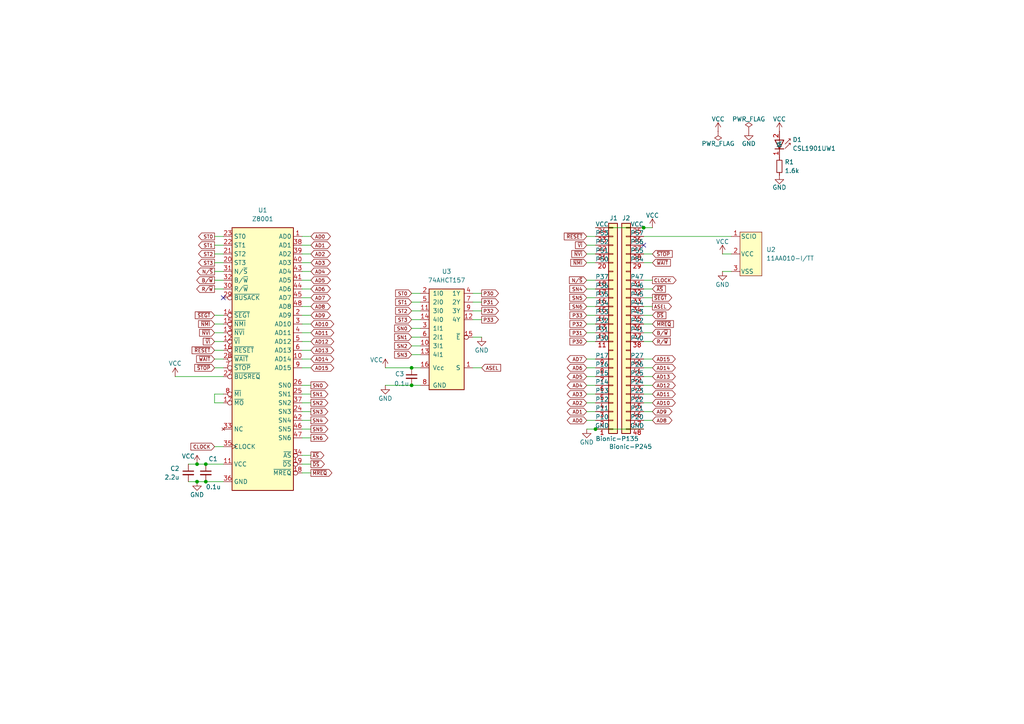
<source format=kicad_sch>
(kicad_sch (version 20250114) (generator "eeschema") (generator_version "9.0")
  (paper "A4")
  (title_block (title "BionicZ8001") (date "2025-12-16") (rev "1") (company "Tadashi G. Takaoka"))
  (lib_symbols
    (symbol "Device:C_Small" (pin_numbers (hide yes)) (pin_names (offset 0.254) (hide yes))
      (property "Reference" "C" (at 0.254 1.778 0))
      (property "Value" "C_Small" (at 0.254 -2.032 0))
      (symbol "C_Small_0_1"
        (polyline (pts (xy -1.524 0.508) (xy 1.524 0.508)) (stroke (width 0.3048)))
        (polyline (pts (xy -1.524 -0.508) (xy 1.524 -0.508)) (stroke (width 0.3302)))
      )
      (symbol "C_Small_1_1"
        (pin passive line (at 0 2.54 270) (length 2.032) (name "~") (number "1"))
        (pin passive line (at 0 -2.54 90) (length 2.032) (name "~") (number "2"))
      )
    )
    (symbol "Device:R_Small" (pin_numbers (hide yes)) (pin_names (offset 0.254) (hide yes))
      (property "Reference" "R" (at 0 0 90))
      (property "Value" "R_Small" (at 1.778 0 90))
      (symbol "R_Small_0_1"
        (rectangle (start -0.762 1.778) (end 0.762 -1.778) (stroke (width 0.2032)))
      )
      (symbol "R_Small_1_1"
        (pin passive line (at 0 2.54 270) (length 0.762) (name "~") (number "1"))
        (pin passive line (at 0 -2.54 90) (length 0.762) (name "~") (number "2"))
      )
    )
    (symbol "bionic:Bionic-P135" (pin_names (offset 0))
      (property "Reference" "J" (at 0 30.48 0))
      (property "Value" "Bionic-P135" (at -1.27 -33.02 0))
      (symbol "Bionic-P135_1_1"
        (rectangle (start 0 28.067) (end -1.27 27.813) (stroke (width 0.1524)))
        (rectangle (start 0 25.527) (end -1.27 25.273) (stroke (width 0.1524)))
        (rectangle (start 0 22.987) (end -1.27 22.733) (stroke (width 0.1524)))
        (rectangle (start 0 20.447) (end -1.27 20.193) (stroke (width 0.1524)))
        (rectangle (start 0 17.907) (end -1.27 17.653) (stroke (width 0.1524)))
        (rectangle (start 0 15.367) (end -1.27 15.113) (stroke (width 0.1524)))
        (rectangle (start 0 12.827) (end -1.27 12.573) (stroke (width 0.1524)))
        (rectangle (start 0 10.287) (end -1.27 10.033) (stroke (width 0.1524)))
        (rectangle (start 0 7.747) (end -1.27 7.493) (stroke (width 0.1524)))
        (rectangle (start 0 5.207) (end -1.27 4.953) (stroke (width 0.1524)))
        (rectangle (start 0 2.667) (end -1.27 2.413) (stroke (width 0.1524)))
        (rectangle (start 0 0.127) (end -1.27 -0.127) (stroke (width 0.1524)))
        (rectangle (start 0 -2.413) (end -1.27 -2.667) (stroke (width 0.1524)))
        (rectangle (start 0 -4.953) (end -1.27 -5.207) (stroke (width 0.1524)))
        (rectangle (start 0 -7.493) (end -1.27 -7.747) (stroke (width 0.1524)))
        (rectangle (start 0 -10.033) (end -1.27 -10.287) (stroke (width 0.1524)))
        (rectangle (start 0 -12.573) (end -1.27 -12.827) (stroke (width 0.1524)))
        (rectangle (start 0 -15.113) (end -1.27 -15.367) (stroke (width 0.1524)))
        (rectangle (start 0 -17.653) (end -1.27 -17.907) (stroke (width 0.1524)))
        (rectangle (start 0 -20.193) (end -1.27 -20.447) (stroke (width 0.1524)))
        (rectangle (start 0 -22.733) (end -1.27 -22.987) (stroke (width 0.1524)))
        (rectangle (start 0 -25.273) (end -1.27 -25.527) (stroke (width 0.1524)))
        (rectangle (start 0 -27.813) (end -1.27 -28.067) (stroke (width 0.1524)))
        (rectangle (start 0 -30.353) (end -1.27 -30.607) (stroke (width 0.1524)))
        (rectangle (start 1.27 29.21) (end -1.27 -31.75) (stroke (width 0.254)) (fill (type background)))
        (pin power_in line (at -5.08 27.94 0) (length 3.81) (name "VCC") (number "24"))
        (pin bidirectional line (at -5.08 25.4 0) (length 3.81) (name "P53") (number "23"))
        (pin bidirectional line (at -5.08 22.86 0) (length 3.81) (name "P52") (number "22"))
        (pin bidirectional line (at -5.08 20.32 0) (length 3.81) (name "P51") (number "21"))
        (pin bidirectional line (at -5.08 17.78 0) (length 3.81) (name "P50") (number "20"))
        (pin bidirectional line (at -5.08 12.7 0) (length 3.81) (name "P37") (number "18"))
        (pin bidirectional line (at -5.08 10.16 0) (length 3.81) (name "P36") (number "17"))
        (pin bidirectional line (at -5.08 7.62 0) (length 3.81) (name "P35") (number "16"))
        (pin bidirectional line (at -5.08 5.08 0) (length 3.81) (name "P34") (number "15"))
        (pin bidirectional line (at -5.08 2.54 0) (length 3.81) (name "P33") (number "14"))
        (pin bidirectional line (at -5.08 0 0) (length 3.81) (name "P32") (number "13"))
        (pin bidirectional line (at -5.08 -2.54 0) (length 3.81) (name "P31") (number "12"))
        (pin bidirectional line (at -5.08 -5.08 0) (length 3.81) (name "P30") (number "11"))
        (pin bidirectional line (at -5.08 -10.16 0) (length 3.81) (name "P17") (number "9"))
        (pin bidirectional line (at -5.08 -12.7 0) (length 3.81) (name "P16") (number "8"))
        (pin bidirectional line (at -5.08 -15.24 0) (length 3.81) (name "P15") (number "7"))
        (pin bidirectional line (at -5.08 -17.78 0) (length 3.81) (name "P14") (number "6"))
        (pin bidirectional line (at -5.08 -20.32 0) (length 3.81) (name "P13") (number "5"))
        (pin bidirectional line (at -5.08 -22.86 0) (length 3.81) (name "P12") (number "4"))
        (pin bidirectional line (at -5.08 -25.4 0) (length 3.81) (name "P11") (number "3"))
        (pin bidirectional line (at -5.08 -27.94 0) (length 3.81) (name "P10") (number "2"))
        (pin power_in line (at -5.08 -30.48 0) (length 3.81) (name "GND") (number "1"))
      )
    )
    (symbol "bionic:Bionic-P245" (pin_names (offset 0))
      (property "Reference" "J" (at -3.81 30.48 0))
      (property "Value" "Bionic-P245" (at -1.27 -33.02 0))
      (symbol "Bionic-P245_1_1"
        (rectangle (start -2.54 29.21) (end -5.08 -31.75) (stroke (width 0.254)) (fill (type background)))
        (rectangle (start -2.54 27.813) (end -3.81 28.067) (stroke (width 0.1524)))
        (rectangle (start -2.54 25.273) (end -3.81 25.527) (stroke (width 0.1524)))
        (rectangle (start -2.54 22.733) (end -3.81 22.987) (stroke (width 0.1524)))
        (rectangle (start -2.54 20.193) (end -3.81 20.447) (stroke (width 0.1524)))
        (rectangle (start -2.54 17.653) (end -3.81 17.907) (stroke (width 0.1524)))
        (rectangle (start -2.54 15.113) (end -3.81 15.367) (stroke (width 0.1524)))
        (rectangle (start -2.54 12.573) (end -3.81 12.827) (stroke (width 0.1524)))
        (rectangle (start -2.54 10.033) (end -3.81 10.287) (stroke (width 0.1524)))
        (rectangle (start -2.54 7.493) (end -3.81 7.747) (stroke (width 0.1524)))
        (rectangle (start -2.54 4.953) (end -3.81 5.207) (stroke (width 0.1524)))
        (rectangle (start -2.54 2.413) (end -3.81 2.667) (stroke (width 0.1524)))
        (rectangle (start -2.54 -0.127) (end -3.81 0.127) (stroke (width 0.1524)))
        (rectangle (start -2.54 -2.667) (end -3.81 -2.413) (stroke (width 0.1524)))
        (rectangle (start -2.54 -5.207) (end -3.81 -4.953) (stroke (width 0.1524)))
        (rectangle (start -2.54 -7.747) (end -3.81 -7.493) (stroke (width 0.1524)))
        (rectangle (start -2.54 -10.287) (end -3.81 -10.033) (stroke (width 0.1524)))
        (rectangle (start -2.54 -12.827) (end -3.81 -12.573) (stroke (width 0.1524)))
        (rectangle (start -2.54 -15.367) (end -3.81 -15.113) (stroke (width 0.1524)))
        (rectangle (start -2.54 -17.907) (end -3.81 -17.653) (stroke (width 0.1524)))
        (rectangle (start -2.54 -20.447) (end -3.81 -20.193) (stroke (width 0.1524)))
        (rectangle (start -2.54 -22.987) (end -3.81 -22.733) (stroke (width 0.1524)))
        (rectangle (start -2.54 -25.527) (end -3.81 -25.273) (stroke (width 0.1524)))
        (rectangle (start -2.54 -28.067) (end -3.81 -27.813) (stroke (width 0.1524)))
        (rectangle (start -2.54 -30.607) (end -3.81 -30.353) (stroke (width 0.1524)))
        (pin power_in line (at 1.27 27.94 180) (length 3.81) (name "VCC") (number "25"))
        (pin bidirectional line (at 1.27 25.4 180) (length 3.81) (name "P57") (number "26"))
        (pin bidirectional line (at 1.27 22.86 180) (length 3.81) (name "P56") (number "27"))
        (pin bidirectional line (at 1.27 20.32 180) (length 3.81) (name "P55") (number "28"))
        (pin bidirectional line (at 1.27 17.78 180) (length 3.81) (name "P54") (number "29"))
        (pin bidirectional line (at 1.27 12.7 180) (length 3.81) (name "P47") (number "31"))
        (pin bidirectional line (at 1.27 10.16 180) (length 3.81) (name "P46") (number "32"))
        (pin bidirectional line (at 1.27 7.62 180) (length 3.81) (name "P45") (number "33"))
        (pin bidirectional line (at 1.27 5.08 180) (length 3.81) (name "P44") (number "34"))
        (pin bidirectional line (at 1.27 2.54 180) (length 3.81) (name "P43") (number "35"))
        (pin bidirectional line (at 1.27 0 180) (length 3.81) (name "P42") (number "36"))
        (pin bidirectional line (at 1.27 -2.54 180) (length 3.81) (name "P41") (number "37"))
        (pin bidirectional line (at 1.27 -5.08 180) (length 3.81) (name "P40") (number "38"))
        (pin bidirectional line (at 1.27 -10.16 180) (length 3.81) (name "P27") (number "40"))
        (pin bidirectional line (at 1.27 -12.7 180) (length 3.81) (name "P26") (number "41"))
        (pin bidirectional line (at 1.27 -15.24 180) (length 3.81) (name "P25") (number "42"))
        (pin bidirectional line (at 1.27 -17.78 180) (length 3.81) (name "P24") (number "43"))
        (pin bidirectional line (at 1.27 -20.32 180) (length 3.81) (name "P23") (number "44"))
        (pin bidirectional line (at 1.27 -22.86 180) (length 3.81) (name "P22") (number "45"))
        (pin bidirectional line (at 1.27 -25.4 180) (length 3.81) (name "P21") (number "46"))
        (pin bidirectional line (at 1.27 -27.94 180) (length 3.81) (name "P20") (number "47"))
        (pin power_in line (at 1.27 -30.48 180) (length 3.81) (name "GND") (number "48"))
      )
    )
    (symbol "cpu:Z8001"
      (property "Reference" "U" (at -1.27 39.37 0))
      (property "Value" "Z8001" (at -2.54 -38.608 0))
      (symbol "Z8001_0_0"
        (pin input inverted (at -11.43 12.7 0) (length 2.54) (name "~{SEGT}") (number "14"))
        (pin output line (at 11.43 -7.62 180) (length 2.54) (name "SN0") (number "26"))
        (pin output line (at 11.43 -10.16 180) (length 2.54) (name "SN1") (number "25"))
        (pin output line (at 11.43 -12.7 180) (length 2.54) (name "SN2") (number "37"))
        (pin output line (at 11.43 -15.24 180) (length 2.54) (name "SN3") (number "24"))
        (pin output line (at 11.43 -17.78 180) (length 2.54) (name "SN4") (number "42"))
        (pin output line (at 11.43 -20.32 180) (length 2.54) (name "SN5") (number "46"))
        (pin output line (at 11.43 -22.86 180) (length 2.54) (name "SN6") (number "47"))
      )
      (symbol "Z8001_0_1"
        (rectangle (start -8.89 38.1) (end 8.89 -38.1) (stroke (width 0.254)) (fill (type background)))
      )
      (symbol "Z8001_1_1"
        (pin output line (at -11.43 35.56 0) (length 2.54) (name "ST0") (number "23"))
        (pin output line (at -11.43 33.02 0) (length 2.54) (name "ST1") (number "22"))
        (pin output line (at -11.43 30.48 0) (length 2.54) (name "ST2") (number "21"))
        (pin output line (at -11.43 27.94 0) (length 2.54) (name "ST3") (number "20"))
        (pin output line (at -11.43 25.4 0) (length 2.54) (name "N/~{S}") (number "31"))
        (pin output line (at -11.43 22.86 0) (length 2.54) (name "B/~{W}") (number "32"))
        (pin output line (at -11.43 20.32 0) (length 2.54) (name "R/~{W}") (number "30"))
        (pin output inverted (at -11.43 17.78 0) (length 2.54) (name "~{BUSACK}") (number "29"))
        (pin input inverted (at -11.43 10.16 0) (length 2.54) (name "~{NMI}") (number "15"))
        (pin input inverted (at -11.43 7.62 0) (length 2.54) (name "~{NVI}") (number "13"))
        (pin input inverted (at -11.43 5.08 0) (length 2.54) (name "~{VI}") (number "12"))
        (pin input inverted (at -11.43 2.54 0) (length 2.54) (name "~{RESET}") (number "16"))
        (pin input inverted (at -11.43 0 0) (length 2.54) (name "~{WAIT}") (number "28"))
        (pin input inverted (at -11.43 -2.54 0) (length 2.54) (name "~{STOP}") (number "7"))
        (pin input inverted (at -11.43 -5.08 0) (length 2.54) (name "~{BUSREQ}") (number "27"))
        (pin input inverted (at -11.43 -10.16 0) (length 2.54) (name "~{MI}") (number "8"))
        (pin output inverted (at -11.43 -12.7 0) (length 2.54) (name "~{MO}") (number "17"))
        (pin no_connect line (at -11.43 -20.32 0) (length 2.54) (name "NC") (number "33"))
        (pin input clock (at -11.43 -25.4 0) (length 2.54) (name "CLOCK") (number "35"))
        (pin power_in line (at -11.43 -30.48 0) (length 2.54) (name "VCC") (number "11"))
        (pin power_in line (at -11.43 -35.56 0) (length 2.54) (name "GND") (number "36"))
        (pin bidirectional line (at 11.43 35.56 180) (length 2.54) (name "AD0") (number "1"))
        (pin bidirectional line (at 11.43 33.02 180) (length 2.54) (name "AD1") (number "38"))
        (pin bidirectional line (at 11.43 30.48 180) (length 2.54) (name "AD2") (number "39"))
        (pin bidirectional line (at 11.43 27.94 180) (length 2.54) (name "AD3") (number "40"))
        (pin bidirectional line (at 11.43 25.4 180) (length 2.54) (name "AD4") (number "43"))
        (pin bidirectional line (at 11.43 22.86 180) (length 2.54) (name "AD5") (number "41"))
        (pin bidirectional line (at 11.43 20.32 180) (length 2.54) (name "AD6") (number "44"))
        (pin bidirectional line (at 11.43 17.78 180) (length 2.54) (name "AD7") (number "45"))
        (pin bidirectional line (at 11.43 15.24 180) (length 2.54) (name "AD8") (number "48"))
        (pin bidirectional line (at 11.43 12.7 180) (length 2.54) (name "AD9") (number "2"))
        (pin bidirectional line (at 11.43 10.16 180) (length 2.54) (name "AD10") (number "3"))
        (pin bidirectional line (at 11.43 7.62 180) (length 2.54) (name "AD11") (number "4"))
        (pin bidirectional line (at 11.43 5.08 180) (length 2.54) (name "AD12") (number "5"))
        (pin bidirectional line (at 11.43 2.54 180) (length 2.54) (name "AD13") (number "6"))
        (pin bidirectional line (at 11.43 0 180) (length 2.54) (name "AD14") (number "10"))
        (pin bidirectional line (at 11.43 -2.54 180) (length 2.54) (name "AD15") (number "9"))
        (pin output inverted (at 11.43 -27.94 180) (length 2.54) (name "~{AS}") (number "34"))
        (pin output inverted (at 11.43 -30.48 180) (length 2.54) (name "~{DS}") (number "19"))
        (pin output inverted (at 11.43 -33.02 180) (length 2.54) (name "~{MREQ}") (number "18"))
      )
    )
    (symbol "microchip:11AA010-I_TT" (pin_names (offset 0.254))
      (property "Reference" "U" (at 2.54 1.27 0))
      (property "Value" "11AA010-I/TT" (at 3.81 -13.97 0))
      (symbol "11AA010-I_TT_1_1"
        (rectangle (start 0 0) (end 6.35 -12.7) (fill (type background)))
        (pin bidirectional line (at -2.54 -1.27 0) (length 2.54) (name "SCIO") (number "1"))
        (pin power_in line (at -2.54 -6.35 0) (length 2.54) (name "VCC") (number "2"))
        (pin power_in line (at -2.54 -11.43 0) (length 2.54) (name "VSS") (number "3"))
      )
    )
    (symbol "power:GND" (power) (pin_numbers (hide yes)) (pin_names (offset 0) (hide yes))
      (property "Value" "GND" (at 0 -3.81 0))
      (symbol "GND_0_1"
        (polyline (pts (xy 0 0) (xy 0 -1.27) (xy 1.27 -1.27) (xy 0 -2.54) (xy -1.27 -1.27) (xy 0 -1.27)))
      )
      (symbol "GND_1_1"
        (pin power_in line (at 0 0 270) (length 0) (name "~") (number "1"))
      )
    )
    (symbol "power:PWR_FLAG" (power) (pin_numbers (hide yes)) (pin_names (offset 0) (hide yes))
      (property "Value" "PWR_FLAG" (at 0 3.81 0))
      (symbol "PWR_FLAG_0_0"
        (pin power_out line (at 0 0 90) (length 0) (name "~") (number "1"))
      )
      (symbol "PWR_FLAG_0_1"
        (polyline (pts (xy 0 0) (xy 0 1.27) (xy -1.016 1.905) (xy 0 2.54) (xy 1.016 1.905) (xy 0 1.27)))
      )
    )
    (symbol "power:VCC" (power) (pin_numbers (hide yes)) (pin_names (offset 0) (hide yes))
      (property "Value" "VCC" (at 0 3.556 0))
      (symbol "VCC_0_1"
        (polyline (pts (xy -0.762 1.27) (xy 0 2.54)))
        (polyline (pts (xy 0 2.54) (xy 0.762 1.27)))
        (polyline (pts (xy 0 0) (xy 0 2.54)))
      )
      (symbol "VCC_1_1"
        (pin power_in line (at 0 0 90) (length 0) (name "~") (number "1"))
      )
    )
    (symbol "rhom:CSL1901UW1" (pin_names (offset 0.254))
      (property "Reference" "D" (at 3.81 -2.54 0))
      (property "Value" "CSL1901UW1" (at 3.81 -5.08 0))
      (symbol "CSL1901UW1_0_1"
        (polyline (pts (xy 2.159 3.175) (xy 2.667 3.175)))
        (polyline (pts (xy 2.54 0) (xy 5.08 0)))
        (polyline (pts (xy 2.54 -1.27) (xy 5.08 0) (xy 2.54 1.27) (xy 2.54 -1.27)) (stroke (width 0.254)))
        (polyline (pts (xy 3.683 1.651) (xy 2.159 3.175) (xy 2.159 2.667)))
        (polyline (pts (xy 4.953 1.651) (xy 3.429 3.175) (xy 3.429 2.667) (xy 3.429 3.175) (xy 3.937 3.175)))
        (polyline (pts (xy 5.08 1.27) (xy 5.08 -1.27)) (stroke (width 0.254)))
      )
      (symbol "CSL1901UW1_1_1"
        (pin passive line (at 0 0 0) (length 2.54) (name "A") (number "2"))
        (pin passive line (at 7.62 0 180) (length 2.54) (name "K") (number "1"))
      )
      (symbol "CSL1901UW1_1_2"
        (polyline (pts (xy -5.08 8.255) (xy -5.08 7.62)) (stroke (width 0.2032)))
        (polyline (pts (xy -5.08 7.62) (xy -4.445 8.255)) (stroke (width 0.2032)))
        (polyline (pts (xy -4.445 10.16) (xy -4.445 9.525)) (stroke (width 0.2032)))
        (polyline (pts (xy -4.445 9.525) (xy -3.81 10.16)) (stroke (width 0.2032)))
        (polyline (pts (xy -4.445 8.255) (xy -5.08 8.255)) (stroke (width 0.2032)))
        (polyline (pts (xy -4.445 6.35) (xy -3.81 6.985)) (stroke (width 0.2032)))
        (polyline (pts (xy -3.81 10.16) (xy -4.445 10.16)) (stroke (width 0.2032)))
        (polyline (pts (xy -3.81 8.255) (xy -3.175 8.89)) (stroke (width 0.2032)))
        (polyline (pts (xy -3.81 6.985) (xy -5.08 8.255)) (stroke (width 0.2032)))
        (polyline (pts (xy -3.175 8.89) (xy -4.445 10.16)) (stroke (width 0.2032)))
        (polyline (pts (xy -3.175 5.08) (xy -4.445 6.35)) (stroke (width 0.2032)))
        (polyline (pts (xy -2.54 6.985) (xy -3.81 8.255)) (stroke (width 0.2032)))
        (polyline (pts (xy -1.905 3.81) (xy 1.905 3.81)) (stroke (width 0.2032)))
        (polyline (pts (xy 0 6.35) (xy -1.905 3.81)) (stroke (width 0.2032)))
        (polyline (pts (xy 0 6.35) (xy 0 7.62)) (stroke (width 0.2032)))
        (polyline (pts (xy 0 3.175) (xy 0 3.81)) (stroke (width 0.2032)))
        (polyline (pts (xy 0 2.54) (xy 0 3.4798)) (stroke (width 0.2032)))
        (polyline (pts (xy 1.905 6.35) (xy -1.905 6.35)) (stroke (width 0.2032)))
        (polyline (pts (xy 1.905 3.81) (xy 0 6.35)) (stroke (width 0.2032)))
        (pin unspecified line (at 0 10.16 270) (length 2.54) (name "") (number "1"))
        (pin unspecified line (at 0 0 90) (length 2.54) (name "") (number "2"))
      )
    )
    (symbol "ti:74AHCT157" (pin_names (offset 1.016))
      (property "Reference" "U" (at 0 16.51 0))
      (property "Value" "74AHCT157" (at 0 -15.494 0))
      (symbol "74AHCT157_1_0"
        (pin input line (at -7.62 13.97 0) (length 2.54) (name "1I0") (number "2"))
        (pin input line (at -7.62 11.43 0) (length 2.54) (name "2I0") (number "5"))
        (pin input line (at -7.62 8.89 0) (length 2.54) (name "3I0") (number "11"))
        (pin input line (at -7.62 6.35 0) (length 2.54) (name "4I0") (number "14"))
        (pin input line (at -7.62 3.81 0) (length 2.54) (name "1I1") (number "3"))
        (pin input line (at -7.62 1.27 0) (length 2.54) (name "2I1") (number "6"))
        (pin input line (at -7.62 -1.27 0) (length 2.54) (name "3I1") (number "10"))
        (pin input line (at -7.62 -3.81 0) (length 2.54) (name "4I1") (number "13"))
        (pin power_in line (at -7.62 -7.62 0) (length 2.54) (name "Vcc") (number "16"))
        (pin power_in line (at -7.62 -12.7 0) (length 2.54) (name "GND") (number "8"))
        (pin output line (at 7.62 13.97 180) (length 2.54) (name "1Y") (number "4"))
        (pin output line (at 7.62 11.43 180) (length 2.54) (name "2Y") (number "7"))
        (pin output line (at 7.62 8.89 180) (length 2.54) (name "3Y") (number "9"))
        (pin output line (at 7.62 6.35 180) (length 2.54) (name "4Y") (number "12"))
        (pin input inverted (at 7.62 1.27 180) (length 2.54) (name "~{E}") (number "15"))
        (pin input line (at 7.62 -7.62 180) (length 2.54) (name "S") (number "1"))
      )
      (symbol "74AHCT157_1_1"
        (rectangle (start -5.08 15.24) (end 5.08 -13.97) (stroke (width 0.254)) (fill (type background)))
      )
    )
  )
  (junction (at 119.38 106.68))
  (junction (at 186.69 66.04))
  (junction (at 172.72 124.46))
  (junction (at 59.69 134.62))
  (junction (at 119.38 111.76))
  (junction (at 59.69 139.7))
  (junction (at 57.15 134.62))
  (junction (at 57.15 139.7))
  (no_connect (at 64.77 86.36))
  (no_connect (at 186.69 71.12))
  (wire (pts (xy 50.8 109.22) (xy 64.77 109.22)))
  (wire (pts (xy 119.38 95.25) (xy 121.92 95.25)))
  (wire (pts (xy 186.69 68.58) (xy 212.09 68.58)))
  (wire (pts (xy 170.18 106.68) (xy 172.72 106.68)))
  (wire (pts (xy 87.63 81.28) (xy 90.17 81.28)))
  (wire (pts (xy 87.63 73.66) (xy 90.17 73.66)))
  (wire (pts (xy 186.69 119.38) (xy 189.23 119.38)))
  (wire (pts (xy 170.18 99.06) (xy 172.72 99.06)))
  (wire (pts (xy 170.18 116.84) (xy 172.72 116.84)))
  (wire (pts (xy 62.23 96.52) (xy 64.77 96.52)))
  (wire (pts (xy 111.76 106.68) (xy 119.38 106.68)))
  (wire (pts (xy 186.69 81.28) (xy 189.23 81.28)))
  (wire (pts (xy 186.69 121.92) (xy 189.23 121.92)))
  (wire (pts (xy 119.38 106.68) (xy 121.92 106.68)))
  (wire (pts (xy 87.63 137.16) (xy 90.17 137.16)))
  (wire (pts (xy 170.18 68.58) (xy 172.72 68.58)))
  (wire (pts (xy 59.69 139.7) (xy 64.77 139.7)))
  (wire (pts (xy 186.69 99.06) (xy 189.23 99.06)))
  (wire (pts (xy 87.63 86.36) (xy 90.17 86.36)))
  (wire (pts (xy 137.16 90.17) (xy 139.7 90.17)))
  (wire (pts (xy 119.38 90.17) (xy 121.92 90.17)))
  (wire (pts (xy 59.69 134.62) (xy 64.77 134.62)))
  (wire (pts (xy 119.38 92.71) (xy 121.92 92.71)))
  (wire (pts (xy 87.63 68.58) (xy 90.17 68.58)))
  (wire (pts (xy 87.63 114.3) (xy 90.17 114.3)))
  (wire (pts (xy 137.16 97.79) (xy 139.7 97.79)))
  (wire (pts (xy 137.16 85.09) (xy 139.7 85.09)))
  (wire (pts (xy 87.63 121.92) (xy 90.17 121.92)))
  (wire (pts (xy 87.63 132.08) (xy 90.17 132.08)))
  (wire (pts (xy 170.18 71.12) (xy 172.72 71.12)))
  (wire (pts (xy 62.23 116.84) (xy 64.77 116.84)))
  (wire (pts (xy 170.18 111.76) (xy 172.72 111.76)))
  (wire (pts (xy 62.23 78.74) (xy 64.77 78.74)))
  (wire (pts (xy 186.69 106.68) (xy 189.23 106.68)))
  (wire (pts (xy 170.18 91.44) (xy 172.72 91.44)))
  (wire (pts (xy 62.23 129.54) (xy 64.77 129.54)))
  (wire (pts (xy 87.63 96.52) (xy 90.17 96.52)))
  (wire (pts (xy 186.69 111.76) (xy 189.23 111.76)))
  (wire (pts (xy 186.69 109.22) (xy 189.23 109.22)))
  (wire (pts (xy 119.38 87.63) (xy 121.92 87.63)))
  (wire (pts (xy 186.69 83.82) (xy 189.23 83.82)))
  (wire (pts (xy 62.23 68.58) (xy 64.77 68.58)))
  (wire (pts (xy 170.18 104.14) (xy 172.72 104.14)))
  (wire (pts (xy 87.63 119.38) (xy 90.17 119.38)))
  (wire (pts (xy 119.38 97.79) (xy 121.92 97.79)))
  (wire (pts (xy 87.63 124.46) (xy 90.17 124.46)))
  (wire (pts (xy 186.69 93.98) (xy 189.23 93.98)))
  (wire (pts (xy 170.18 86.36) (xy 172.72 86.36)))
  (wire (pts (xy 111.76 111.76) (xy 119.38 111.76)))
  (wire (pts (xy 186.69 76.2) (xy 189.23 76.2)))
  (wire (pts (xy 62.23 93.98) (xy 64.77 93.98)))
  (wire (pts (xy 170.18 121.92) (xy 172.72 121.92)))
  (wire (pts (xy 186.69 116.84) (xy 189.23 116.84)))
  (wire (pts (xy 87.63 91.44) (xy 90.17 91.44)))
  (wire (pts (xy 62.23 106.68) (xy 64.77 106.68)))
  (wire (pts (xy 119.38 85.09) (xy 121.92 85.09)))
  (wire (pts (xy 119.38 102.87) (xy 121.92 102.87)))
  (wire (pts (xy 170.18 124.46) (xy 172.72 124.46)))
  (wire (pts (xy 137.16 87.63) (xy 139.7 87.63)))
  (wire (pts (xy 87.63 71.12) (xy 90.17 71.12)))
  (wire (pts (xy 170.18 96.52) (xy 172.72 96.52)))
  (wire (pts (xy 62.23 114.3) (xy 62.23 116.84)))
  (wire (pts (xy 186.69 86.36) (xy 189.23 86.36)))
  (wire (pts (xy 54.61 139.7) (xy 57.15 139.7)))
  (wire (pts (xy 170.18 119.38) (xy 172.72 119.38)))
  (wire (pts (xy 170.18 83.82) (xy 172.72 83.82)))
  (wire (pts (xy 209.55 78.74) (xy 212.09 78.74)))
  (wire (pts (xy 186.69 73.66) (xy 189.23 73.66)))
  (wire (pts (xy 87.63 99.06) (xy 90.17 99.06)))
  (wire (pts (xy 119.38 100.33) (xy 121.92 100.33)))
  (wire (pts (xy 62.23 101.6) (xy 64.77 101.6)))
  (wire (pts (xy 62.23 71.12) (xy 64.77 71.12)))
  (wire (pts (xy 62.23 83.82) (xy 64.77 83.82)))
  (wire (pts (xy 186.69 114.3) (xy 189.23 114.3)))
  (wire (pts (xy 170.18 88.9) (xy 172.72 88.9)))
  (wire (pts (xy 62.23 91.44) (xy 64.77 91.44)))
  (wire (pts (xy 172.72 66.04) (xy 186.69 66.04)))
  (wire (pts (xy 87.63 116.84) (xy 90.17 116.84)))
  (wire (pts (xy 170.18 93.98) (xy 172.72 93.98)))
  (wire (pts (xy 62.23 99.06) (xy 64.77 99.06)))
  (wire (pts (xy 54.61 134.62) (xy 57.15 134.62)))
  (wire (pts (xy 87.63 93.98) (xy 90.17 93.98)))
  (wire (pts (xy 87.63 76.2) (xy 90.17 76.2)))
  (wire (pts (xy 62.23 73.66) (xy 64.77 73.66)))
  (wire (pts (xy 186.69 104.14) (xy 189.23 104.14)))
  (wire (pts (xy 170.18 73.66) (xy 172.72 73.66)))
  (wire (pts (xy 209.55 73.66) (xy 212.09 73.66)))
  (wire (pts (xy 137.16 106.68) (xy 139.7 106.68)))
  (wire (pts (xy 62.23 76.2) (xy 64.77 76.2)))
  (wire (pts (xy 170.18 81.28) (xy 172.72 81.28)))
  (wire (pts (xy 64.77 114.3) (xy 62.23 114.3)))
  (wire (pts (xy 87.63 83.82) (xy 90.17 83.82)))
  (wire (pts (xy 62.23 104.14) (xy 64.77 104.14)))
  (wire (pts (xy 186.69 88.9) (xy 189.23 88.9)))
  (wire (pts (xy 172.72 124.46) (xy 186.69 124.46)))
  (wire (pts (xy 170.18 114.3) (xy 172.72 114.3)))
  (wire (pts (xy 57.15 134.62) (xy 59.69 134.62)))
  (wire (pts (xy 186.69 91.44) (xy 189.23 91.44)))
  (wire (pts (xy 170.18 76.2) (xy 172.72 76.2)))
  (wire (pts (xy 87.63 127) (xy 90.17 127)))
  (wire (pts (xy 87.63 101.6) (xy 90.17 101.6)))
  (wire (pts (xy 186.69 66.04) (xy 189.23 66.04)))
  (wire (pts (xy 87.63 104.14) (xy 90.17 104.14)))
  (wire (pts (xy 87.63 134.62) (xy 90.17 134.62)))
  (wire (pts (xy 186.69 96.52) (xy 189.23 96.52)))
  (wire (pts (xy 119.38 111.76) (xy 121.92 111.76)))
  (wire (pts (xy 87.63 78.74) (xy 90.17 78.74)))
  (wire (pts (xy 62.23 81.28) (xy 64.77 81.28)))
  (wire (pts (xy 57.15 139.7) (xy 59.69 139.7)))
  (wire (pts (xy 87.63 88.9) (xy 90.17 88.9)))
  (wire (pts (xy 170.18 109.22) (xy 172.72 109.22)))
  (wire (pts (xy 137.16 92.71) (xy 139.7 92.71)))
  (wire (pts (xy 87.63 106.68) (xy 90.17 106.68)))
  (wire (pts (xy 87.63 111.76) (xy 90.17 111.76)))
  (global_label "AD10" (shape bidirectional) (at 189.23 116.84 0) (effects (font (size 1.016 1.016))) (property "Intersheetrefs" "${INTERSHEET_REFS}" (effects (hide yes))))
  (global_label "P33" (shape output) (at 139.7 92.71 0) (effects (font (size 1.016 1.016))) (property "Intersheetrefs" "${INTERSHEET_REFS}" (effects (hide yes))))
  (global_label "AD0" (shape bidirectional) (at 170.18 121.92 180) (effects (font (size 1.016 1.016))) (property "Intersheetrefs" "${INTERSHEET_REFS}" (effects (hide yes))))
  (global_label "AD4" (shape bidirectional) (at 90.17 78.74 0) (effects (font (size 1.016 1.016))) (property "Intersheetrefs" "${INTERSHEET_REFS}" (effects (hide yes))))
  (global_label "CLOCK" (shape input) (at 62.23 129.54 180) (effects (font (size 1.016 1.016))) (property "Intersheetrefs" "${INTERSHEET_REFS}" (effects (hide yes))))
  (global_label "ST1" (shape output) (at 62.23 71.12 180) (effects (font (size 1.016 1.016))) (property "Intersheetrefs" "${INTERSHEET_REFS}" (effects (hide yes))))
  (global_label "SN3" (shape input) (at 119.38 102.87 180) (effects (font (size 1.016 1.016))) (property "Intersheetrefs" "${INTERSHEET_REFS}" (effects (hide yes))))
  (global_label "AD12" (shape bidirectional) (at 90.17 99.06 0) (effects (font (size 1.016 1.016))) (property "Intersheetrefs" "${INTERSHEET_REFS}" (effects (hide yes))))
  (global_label "P30" (shape output) (at 139.7 85.09 0) (effects (font (size 1.016 1.016))) (property "Intersheetrefs" "${INTERSHEET_REFS}" (effects (hide yes))))
  (global_label "~{SEGT}" (shape output) (at 189.23 86.36 0) (effects (font (size 1.016 1.016))) (property "Intersheetrefs" "${INTERSHEET_REFS}" (effects (hide yes))))
  (global_label "~{VI}" (shape input) (at 170.18 71.12 180) (effects (font (size 1.016 1.016))) (property "Intersheetrefs" "${INTERSHEET_REFS}" (effects (hide yes))))
  (global_label "~{DS}" (shape output) (at 90.17 134.62 0) (effects (font (size 1.016 1.016))) (property "Intersheetrefs" "${INTERSHEET_REFS}" (effects (hide yes))))
  (global_label "~{NVI}" (shape input) (at 62.23 96.52 180) (effects (font (size 1.016 1.016))) (property "Intersheetrefs" "${INTERSHEET_REFS}" (effects (hide yes))))
  (global_label "~{STOP}" (shape input) (at 62.23 106.68 180) (effects (font (size 1.016 1.016))) (property "Intersheetrefs" "${INTERSHEET_REFS}" (effects (hide yes))))
  (global_label "AD5" (shape bidirectional) (at 170.18 109.22 180) (effects (font (size 1.016 1.016))) (property "Intersheetrefs" "${INTERSHEET_REFS}" (effects (hide yes))))
  (global_label "B{slash}~{W}" (shape input) (at 189.23 96.52 0) (effects (font (size 1.016 1.016))) (property "Intersheetrefs" "${INTERSHEET_REFS}" (effects (hide yes))))
  (global_label "CLOCK" (shape output) (at 189.23 81.28 0) (effects (font (size 1.016 1.016))) (property "Intersheetrefs" "${INTERSHEET_REFS}" (effects (hide yes))))
  (global_label "SN0" (shape input) (at 119.38 95.25 180) (effects (font (size 1.016 1.016))) (property "Intersheetrefs" "${INTERSHEET_REFS}" (effects (hide yes))))
  (global_label "SN2" (shape input) (at 119.38 100.33 180) (effects (font (size 1.016 1.016))) (property "Intersheetrefs" "${INTERSHEET_REFS}" (effects (hide yes))))
  (global_label "N{slash}~{S}" (shape input) (at 170.18 81.28 180) (effects (font (size 1.016 1.016))) (property "Intersheetrefs" "${INTERSHEET_REFS}" (effects (hide yes))))
  (global_label "AD4" (shape bidirectional) (at 170.18 111.76 180) (effects (font (size 1.016 1.016))) (property "Intersheetrefs" "${INTERSHEET_REFS}" (effects (hide yes))))
  (global_label "~{NMI}" (shape input) (at 62.23 93.98 180) (effects (font (size 1.016 1.016))) (property "Intersheetrefs" "${INTERSHEET_REFS}" (effects (hide yes))))
  (global_label "P32" (shape input) (at 170.18 93.98 180) (effects (font (size 1.016 1.016))) (property "Intersheetrefs" "${INTERSHEET_REFS}" (effects (hide yes))))
  (global_label "AD11" (shape bidirectional) (at 90.17 96.52 0) (effects (font (size 1.016 1.016))) (property "Intersheetrefs" "${INTERSHEET_REFS}" (effects (hide yes))))
  (global_label "ST3" (shape output) (at 62.23 76.2 180) (effects (font (size 1.016 1.016))) (property "Intersheetrefs" "${INTERSHEET_REFS}" (effects (hide yes))))
  (global_label "ST1" (shape input) (at 119.38 87.63 180) (effects (font (size 1.016 1.016))) (property "Intersheetrefs" "${INTERSHEET_REFS}" (effects (hide yes))))
  (global_label "AD13" (shape bidirectional) (at 90.17 101.6 0) (effects (font (size 1.016 1.016))) (property "Intersheetrefs" "${INTERSHEET_REFS}" (effects (hide yes))))
  (global_label "P31" (shape input) (at 170.18 96.52 180) (effects (font (size 1.016 1.016))) (property "Intersheetrefs" "${INTERSHEET_REFS}" (effects (hide yes))))
  (global_label "SN1" (shape input) (at 119.38 97.79 180) (effects (font (size 1.016 1.016))) (property "Intersheetrefs" "${INTERSHEET_REFS}" (effects (hide yes))))
  (global_label "AD9" (shape bidirectional) (at 90.17 91.44 0) (effects (font (size 1.016 1.016))) (property "Intersheetrefs" "${INTERSHEET_REFS}" (effects (hide yes))))
  (global_label "AD13" (shape bidirectional) (at 189.23 109.22 0) (effects (font (size 1.016 1.016))) (property "Intersheetrefs" "${INTERSHEET_REFS}" (effects (hide yes))))
  (global_label "AD7" (shape bidirectional) (at 90.17 86.36 0) (effects (font (size 1.016 1.016))) (property "Intersheetrefs" "${INTERSHEET_REFS}" (effects (hide yes))))
  (global_label "R{slash}~{W}" (shape output) (at 62.23 83.82 180) (effects (font (size 1.016 1.016))) (property "Intersheetrefs" "${INTERSHEET_REFS}" (effects (hide yes))))
  (global_label "ST3" (shape input) (at 119.38 92.71 180) (effects (font (size 1.016 1.016))) (property "Intersheetrefs" "${INTERSHEET_REFS}" (effects (hide yes))))
  (global_label "~{MREQ}" (shape input) (at 189.23 93.98 0) (effects (font (size 1.016 1.016))) (property "Intersheetrefs" "${INTERSHEET_REFS}" (effects (hide yes))))
  (global_label "ASEL" (shape input) (at 139.7 106.68 0) (effects (font (size 1.016 1.016))) (property "Intersheetrefs" "${INTERSHEET_REFS}" (effects (hide yes))))
  (global_label "AD0" (shape bidirectional) (at 90.17 68.58 0) (effects (font (size 1.016 1.016))) (property "Intersheetrefs" "${INTERSHEET_REFS}" (effects (hide yes))))
  (global_label "AD7" (shape bidirectional) (at 170.18 104.14 180) (effects (font (size 1.016 1.016))) (property "Intersheetrefs" "${INTERSHEET_REFS}" (effects (hide yes))))
  (global_label "SN5" (shape output) (at 90.17 124.46 0) (effects (font (size 1.016 1.016))) (property "Intersheetrefs" "${INTERSHEET_REFS}" (effects (hide yes))))
  (global_label "SN4" (shape output) (at 90.17 121.92 0) (effects (font (size 1.016 1.016))) (property "Intersheetrefs" "${INTERSHEET_REFS}" (effects (hide yes))))
  (global_label "AD15" (shape bidirectional) (at 189.23 104.14 0) (effects (font (size 1.016 1.016))) (property "Intersheetrefs" "${INTERSHEET_REFS}" (effects (hide yes))))
  (global_label "P33" (shape input) (at 170.18 91.44 180) (effects (font (size 1.016 1.016))) (property "Intersheetrefs" "${INTERSHEET_REFS}" (effects (hide yes))))
  (global_label "AD1" (shape bidirectional) (at 90.17 71.12 0) (effects (font (size 1.016 1.016))) (property "Intersheetrefs" "${INTERSHEET_REFS}" (effects (hide yes))))
  (global_label "ST2" (shape output) (at 62.23 73.66 180) (effects (font (size 1.016 1.016))) (property "Intersheetrefs" "${INTERSHEET_REFS}" (effects (hide yes))))
  (global_label "ST0" (shape input) (at 119.38 85.09 180) (effects (font (size 1.016 1.016))) (property "Intersheetrefs" "${INTERSHEET_REFS}" (effects (hide yes))))
  (global_label "B{slash}~{W}" (shape output) (at 62.23 81.28 180) (effects (font (size 1.016 1.016))) (property "Intersheetrefs" "${INTERSHEET_REFS}" (effects (hide yes))))
  (global_label "~{WAIT}" (shape input) (at 189.23 76.2 0) (effects (font (size 1.016 1.016))) (property "Intersheetrefs" "${INTERSHEET_REFS}" (effects (hide yes))))
  (global_label "~{MREQ}" (shape output) (at 90.17 137.16 0) (effects (font (size 1.016 1.016))) (property "Intersheetrefs" "${INTERSHEET_REFS}" (effects (hide yes))))
  (global_label "~{AS}" (shape input) (at 189.23 83.82 0) (effects (font (size 1.016 1.016))) (property "Intersheetrefs" "${INTERSHEET_REFS}" (effects (hide yes))))
  (global_label "~{WAIT}" (shape input) (at 62.23 104.14 180) (effects (font (size 1.016 1.016))) (property "Intersheetrefs" "${INTERSHEET_REFS}" (effects (hide yes))))
  (global_label "P32" (shape output) (at 139.7 90.17 0) (effects (font (size 1.016 1.016))) (property "Intersheetrefs" "${INTERSHEET_REFS}" (effects (hide yes))))
  (global_label "SN2" (shape output) (at 90.17 116.84 0) (effects (font (size 1.016 1.016))) (property "Intersheetrefs" "${INTERSHEET_REFS}" (effects (hide yes))))
  (global_label "~{STOP}" (shape input) (at 189.23 73.66 0) (effects (font (size 1.016 1.016))) (property "Intersheetrefs" "${INTERSHEET_REFS}" (effects (hide yes))))
  (global_label "AD11" (shape bidirectional) (at 189.23 114.3 0) (effects (font (size 1.016 1.016))) (property "Intersheetrefs" "${INTERSHEET_REFS}" (effects (hide yes))))
  (global_label "~{AS}" (shape output) (at 90.17 132.08 0) (effects (font (size 1.016 1.016))) (property "Intersheetrefs" "${INTERSHEET_REFS}" (effects (hide yes))))
  (global_label "~{RESET}" (shape input) (at 62.23 101.6 180) (effects (font (size 1.016 1.016))) (property "Intersheetrefs" "${INTERSHEET_REFS}" (effects (hide yes))))
  (global_label "N{slash}~{S}" (shape output) (at 62.23 78.74 180) (effects (font (size 1.016 1.016))) (property "Intersheetrefs" "${INTERSHEET_REFS}" (effects (hide yes))))
  (global_label "~{DS}" (shape input) (at 189.23 91.44 0) (effects (font (size 1.016 1.016))) (property "Intersheetrefs" "${INTERSHEET_REFS}" (effects (hide yes))))
  (global_label "SN6" (shape output) (at 90.17 127 0) (effects (font (size 1.016 1.016))) (property "Intersheetrefs" "${INTERSHEET_REFS}" (effects (hide yes))))
  (global_label "SN6" (shape input) (at 170.18 88.9 180) (effects (font (size 1.016 1.016))) (property "Intersheetrefs" "${INTERSHEET_REFS}" (effects (hide yes))))
  (global_label "~{SEGT}" (shape input) (at 62.23 91.44 180) (effects (font (size 1.016 1.016))) (property "Intersheetrefs" "${INTERSHEET_REFS}" (effects (hide yes))))
  (global_label "P31" (shape output) (at 139.7 87.63 0) (effects (font (size 1.016 1.016))) (property "Intersheetrefs" "${INTERSHEET_REFS}" (effects (hide yes))))
  (global_label "AD2" (shape bidirectional) (at 170.18 116.84 180) (effects (font (size 1.016 1.016))) (property "Intersheetrefs" "${INTERSHEET_REFS}" (effects (hide yes))))
  (global_label "AD5" (shape bidirectional) (at 90.17 81.28 0) (effects (font (size 1.016 1.016))) (property "Intersheetrefs" "${INTERSHEET_REFS}" (effects (hide yes))))
  (global_label "AD8" (shape bidirectional) (at 189.23 121.92 0) (effects (font (size 1.016 1.016))) (property "Intersheetrefs" "${INTERSHEET_REFS}" (effects (hide yes))))
  (global_label "AD8" (shape bidirectional) (at 90.17 88.9 0) (effects (font (size 1.016 1.016))) (property "Intersheetrefs" "${INTERSHEET_REFS}" (effects (hide yes))))
  (global_label "~{NVI}" (shape input) (at 170.18 73.66 180) (effects (font (size 1.016 1.016))) (property "Intersheetrefs" "${INTERSHEET_REFS}" (effects (hide yes))))
  (global_label "R{slash}~{W}" (shape input) (at 189.23 99.06 0) (effects (font (size 1.016 1.016))) (property "Intersheetrefs" "${INTERSHEET_REFS}" (effects (hide yes))))
  (global_label "AD15" (shape bidirectional) (at 90.17 106.68 0) (effects (font (size 1.016 1.016))) (property "Intersheetrefs" "${INTERSHEET_REFS}" (effects (hide yes))))
  (global_label "P30" (shape input) (at 170.18 99.06 180) (effects (font (size 1.016 1.016))) (property "Intersheetrefs" "${INTERSHEET_REFS}" (effects (hide yes))))
  (global_label "~{RESET}" (shape input) (at 170.18 68.58 180) (effects (font (size 1.016 1.016))) (property "Intersheetrefs" "${INTERSHEET_REFS}" (effects (hide yes))))
  (global_label "AD6" (shape bidirectional) (at 170.18 106.68 180) (effects (font (size 1.016 1.016))) (property "Intersheetrefs" "${INTERSHEET_REFS}" (effects (hide yes))))
  (global_label "AD1" (shape bidirectional) (at 170.18 119.38 180) (effects (font (size 1.016 1.016))) (property "Intersheetrefs" "${INTERSHEET_REFS}" (effects (hide yes))))
  (global_label "AD14" (shape bidirectional) (at 189.23 106.68 0) (effects (font (size 1.016 1.016))) (property "Intersheetrefs" "${INTERSHEET_REFS}" (effects (hide yes))))
  (global_label "SN1" (shape output) (at 90.17 114.3 0) (effects (font (size 1.016 1.016))) (property "Intersheetrefs" "${INTERSHEET_REFS}" (effects (hide yes))))
  (global_label "~{NMI}" (shape input) (at 170.18 76.2 180) (effects (font (size 1.016 1.016))) (property "Intersheetrefs" "${INTERSHEET_REFS}" (effects (hide yes))))
  (global_label "AD6" (shape bidirectional) (at 90.17 83.82 0) (effects (font (size 1.016 1.016))) (property "Intersheetrefs" "${INTERSHEET_REFS}" (effects (hide yes))))
  (global_label "SN4" (shape input) (at 170.18 83.82 180) (effects (font (size 1.016 1.016))) (property "Intersheetrefs" "${INTERSHEET_REFS}" (effects (hide yes))))
  (global_label "SN3" (shape output) (at 90.17 119.38 0) (effects (font (size 1.016 1.016))) (property "Intersheetrefs" "${INTERSHEET_REFS}" (effects (hide yes))))
  (global_label "SN0" (shape output) (at 90.17 111.76 0) (effects (font (size 1.016 1.016))) (property "Intersheetrefs" "${INTERSHEET_REFS}" (effects (hide yes))))
  (global_label "AD2" (shape bidirectional) (at 90.17 73.66 0) (effects (font (size 1.016 1.016))) (property "Intersheetrefs" "${INTERSHEET_REFS}" (effects (hide yes))))
  (global_label "ST2" (shape input) (at 119.38 90.17 180) (effects (font (size 1.016 1.016))) (property "Intersheetrefs" "${INTERSHEET_REFS}" (effects (hide yes))))
  (global_label "AD12" (shape bidirectional) (at 189.23 111.76 0) (effects (font (size 1.016 1.016))) (property "Intersheetrefs" "${INTERSHEET_REFS}" (effects (hide yes))))
  (global_label "AD3" (shape bidirectional) (at 170.18 114.3 180) (effects (font (size 1.016 1.016))) (property "Intersheetrefs" "${INTERSHEET_REFS}" (effects (hide yes))))
  (global_label "AD14" (shape bidirectional) (at 90.17 104.14 0) (effects (font (size 1.016 1.016))) (property "Intersheetrefs" "${INTERSHEET_REFS}" (effects (hide yes))))
  (global_label "~{VI}" (shape input) (at 62.23 99.06 180) (effects (font (size 1.016 1.016))) (property "Intersheetrefs" "${INTERSHEET_REFS}" (effects (hide yes))))
  (global_label "AD10" (shape bidirectional) (at 90.17 93.98 0) (effects (font (size 1.016 1.016))) (property "Intersheetrefs" "${INTERSHEET_REFS}" (effects (hide yes))))
  (global_label "AD3" (shape bidirectional) (at 90.17 76.2 0) (effects (font (size 1.016 1.016))) (property "Intersheetrefs" "${INTERSHEET_REFS}" (effects (hide yes))))
  (global_label "ASEL" (shape output) (at 189.23 88.9 0) (effects (font (size 1.016 1.016))) (property "Intersheetrefs" "${INTERSHEET_REFS}" (effects (hide yes))))
  (global_label "SN5" (shape input) (at 170.18 86.36 180) (effects (font (size 1.016 1.016))) (property "Intersheetrefs" "${INTERSHEET_REFS}" (effects (hide yes))))
  (global_label "ST0" (shape output) (at 62.23 68.58 180) (effects (font (size 1.016 1.016))) (property "Intersheetrefs" "${INTERSHEET_REFS}" (effects (hide yes))))
  (global_label "AD9" (shape bidirectional) (at 189.23 119.38 0) (effects (font (size 1.016 1.016))) (property "Intersheetrefs" "${INTERSHEET_REFS}" (effects (hide yes))))
  (symbol (lib_id "Device:C_Small") (at 59.69 137.16 0) (mirror y) (unit 1)
    (property "Reference" "C1" (at 60.452 133.096 0) (effects (justify right)))
    (property "Value" "0.1u" (at 59.69 141.224 0) (effects (justify right)))
    (property "Footprint" "Capacitor_SMD:C_0603_1608Metric_Pad1.08x0.95mm_HandSolder" (effects (hide yes)))
    (property "Description" "Unpolarized capacitor, small symbol" (effects (hide yes)))
  )
  (symbol (lib_id "microchip:11AA010-I_TT") (at 214.63 67.31 0) (unit 1)
    (property "Reference" "U2" (at 222.25 72.3899 0) (effects (justify left)))
    (property "Value" "11AA010-I/TT" (at 222.25 74.9299 0) (effects (justify left)))
    (property "Footprint" "microchip:SOT-23_MC_MCH-M" (effects (hide yes)))
    (property "Datasheet" "11AA010-I/TO" (effects (hide yes)))
    (property "Description" "UNI/O Serial EEPROM (1Kbit)" (effects (hide yes)))
  )
  (symbol (lib_id "bionic:Bionic-P135") (at 177.8 93.98 0) (unit 1)
    (property "Reference" "J1" (at 176.784 63.246 0) (effects (justify left)))
    (property "Value" "Bionic-P135" (at 172.72 127.254 0) (effects (justify left)))
    (property "Footprint" "bionic:Bionic-P135_SMT" (effects (hide yes)))
    (property "Description" "Generic connector, single row, 01x24, script generated (kicad-library-utils/schlib/autogen/connector/)" (effects (hide yes)))
  )
  (symbol (lib_id "Device:C_Small") (at 54.61 137.16 0) (unit 1)
    (property "Reference" "C2" (at 52.07 135.8962 0) (effects (justify right)))
    (property "Value" "2.2u" (at 52.07 138.4362 0) (effects (justify right)))
    (property "Footprint" "Capacitor_SMD:C_0603_1608Metric_Pad1.08x0.95mm_HandSolder" (effects (hide yes)))
    (property "Description" "Unpolarized capacitor, small symbol" (effects (hide yes)))
  )
  (symbol (lib_id "rhom:CSL1901UW1") (at 226.06 38.1 270) (unit 1)
    (property "Reference" "D1" (at 229.87 40.5129 90) (effects (justify left)))
    (property "Value" "CSL1901UW1" (at 229.87 43.0529 90) (effects (justify left)))
    (property "Footprint" "rhom:LED_CSL1901UW1_ROM-M" (effects (hide yes)))
    (property "Datasheet" "https://fscdn.rohm.com/en/products/databook/datasheet/opto/led/chip_mono/csl1901uw1-e.pdf" (effects (hide yes)))
    (property "Description" "Red LED (Low Current Emission, SMD)" (effects (hide yes)))
  )
  (symbol (lib_id "bionic:Bionic-P245") (at 185.42 93.98 0) (unit 1)
    (property "Reference" "J2" (at 181.61 63.246 0))
    (property "Value" "Bionic-P245" (at 182.88 129.54 0))
    (property "Footprint" "bionic:Bionic-P245_SMT" (effects (hide yes)))
    (property "Description" "Generic connector, single row, 01x24, script generated (kicad-library-utils/schlib/autogen/connector/)" (effects (hide yes)))
  )
  (symbol (lib_id "power:VCC") (at 226.06 38.1 0) (unit 1)
    (property "Reference" "#PWR05" (effects (hide yes)))
    (property "Value" "VCC" (at 226.06 34.544 0))
    (property "Description" "Power symbol creates a global label with name \"VCC\"" (effects (hide yes)))
  )
  (symbol (lib_id "power:PWR_FLAG") (at 208.28 38.1 180) (unit 1)
    (property "Reference" "#FLG02" (effects (hide yes)))
    (property "Value" "PWR_FLAG" (at 208.28 41.656 0))
    (property "Description" "Special symbol for telling ERC where power comes from" (effects (hide yes)))
  )
  (symbol (lib_id "power:VCC") (at 189.23 66.04 0) (unit 1)
    (property "Reference" "#PWR07" (effects (hide yes)))
    (property "Value" "VCC" (at 189.23 62.484 0))
    (property "Description" "Power symbol creates a global label with name \"VCC\"" (effects (hide yes)))
  )
  (symbol (lib_id "power:VCC") (at 208.28 38.1 0) (unit 1)
    (property "Reference" "#PWR09" (effects (hide yes)))
    (property "Value" "VCC" (at 208.28 34.544 0))
    (property "Description" "Power symbol creates a global label with name \"VCC\"" (effects (hide yes)))
  )
  (symbol (lib_id "power:VCC") (at 50.8 109.22 0) (mirror y) (unit 1)
    (property "Reference" "#PWR011" (effects (hide yes)))
    (property "Value" "VCC" (at 50.8 105.41 0))
    (property "Description" "Power symbol creates a global label with name \"VCC\"" (effects (hide yes)))
  )
  (symbol (lib_id "power:GND") (at 209.55 78.74 0) (unit 1)
    (property "Reference" "#PWR02" (effects (hide yes)))
    (property "Value" "GND" (at 209.55 82.55 0))
    (property "Description" "Power symbol creates a global label with name \"GND\" , ground" (effects (hide yes)))
  )
  (symbol (lib_id "Device:R_Small") (at 226.06 48.26 0) (unit 1)
    (property "Reference" "R1" (at 227.584 46.99 0) (effects (justify left)))
    (property "Value" "1.6k" (at 227.584 49.53 0) (effects (justify left)))
    (property "Footprint" "Resistor_SMD:R_0603_1608Metric_Pad0.98x0.95mm_HandSolder" (effects (hide yes)))
    (property "Description" "Resistor, small symbol" (effects (hide yes)))
  )
  (symbol (lib_id "cpu:Z8001") (at 76.2 104.14 0) (unit 1)
    (property "Reference" "U1" (at 76.2 60.96 0))
    (property "Value" "Z8001" (at 76.2 63.5 0))
    (property "Footprint" "bionic:DIP-48_W15.24mm_Socket" (effects (hide yes)))
    (property "Datasheet" "https://www.alldatasheet.com/datasheet-pdf/pdf/1283759/ZILOG/Z8001.html" (effects (hide yes)))
    (property "Description" "16-bit General Purpose Microprocessor, DIP-48" (effects (hide yes)))
  )
  (symbol (lib_id "power:GND") (at 139.7 97.79 0) (unit 1)
    (property "Reference" "#PWR014" (effects (hide yes)))
    (property "Value" "GND" (at 139.7 101.6 0))
    (property "Description" "Power symbol creates a global label with name \"GND\" , ground" (effects (hide yes)))
  )
  (symbol (lib_id "ti:74AHCT157") (at 129.54 99.06 0) (unit 1)
    (property "Reference" "U3" (at 129.54 78.74 0))
    (property "Value" "74AHCT157" (at 129.54 81.28 0))
    (property "Footprint" "ti:PW16-M" (effects (hide yes)))
    (property "Datasheet" "https://www.ti.com/jp/lit/ds/symlink/cd74hct157.pdf" (effects (hide yes)))
    (property "Description" "Quad 2-Input Multiplexers" (effects (hide yes)))
  )
  (symbol (lib_id "power:GND") (at 226.06 50.8 0) (unit 1)
    (property "Reference" "#PWR01" (effects (hide yes)))
    (property "Value" "GND" (at 226.06 54.356 0))
    (property "Description" "Power symbol creates a global label with name \"GND\" , ground" (effects (hide yes)))
  )
  (symbol (lib_id "power:VCC") (at 111.76 106.68 0) (unit 1)
    (property "Reference" "#PWR012" (effects (hide yes)))
    (property "Value" "VCC" (at 109.22 104.394 0))
    (property "Description" "Power symbol creates a global label with name \"VCC\"" (effects (hide yes)))
  )
  (symbol (lib_id "power:GND") (at 217.17 38.1 0) (unit 1)
    (property "Reference" "#PWR010" (effects (hide yes)))
    (property "Value" "GND" (at 217.17 41.656 0))
    (property "Description" "Power symbol creates a global label with name \"GND\" , ground" (effects (hide yes)))
  )
  (symbol (lib_id "power:GND") (at 57.15 139.7 0) (unit 1)
    (property "Reference" "#PWR04" (effects (hide yes)))
    (property "Value" "GND" (at 57.15 143.51 0))
    (property "Description" "Power symbol creates a global label with name \"GND\" , ground" (effects (hide yes)))
  )
  (symbol (lib_id "power:GND") (at 111.76 111.76 0) (unit 1)
    (property "Reference" "#PWR013" (effects (hide yes)))
    (property "Value" "GND" (at 111.76 115.57 0))
    (property "Description" "Power symbol creates a global label with name \"GND\" , ground" (effects (hide yes)))
  )
  (symbol (lib_id "power:PWR_FLAG") (at 217.17 38.1 0) (unit 1)
    (property "Reference" "#FLG01" (effects (hide yes)))
    (property "Value" "PWR_FLAG" (at 217.17 34.544 0))
    (property "Description" "Special symbol for telling ERC where power comes from" (effects (hide yes)))
  )
  (symbol (lib_id "power:VCC") (at 57.15 134.62 0) (unit 1)
    (property "Reference" "#PWR08" (effects (hide yes)))
    (property "Value" "VCC" (at 54.61 132.334 0))
    (property "Description" "Power symbol creates a global label with name \"VCC\"" (effects (hide yes)))
  )
  (symbol (lib_id "power:VCC") (at 209.55 73.66 0) (unit 1)
    (property "Reference" "#PWR06" (effects (hide yes)))
    (property "Value" "VCC" (at 209.55 70.104 0))
    (property "Description" "Power symbol creates a global label with name \"VCC\"" (effects (hide yes)))
  )
  (symbol (lib_id "power:GND") (at 170.18 124.46 0) (unit 1)
    (property "Reference" "#PWR03" (effects (hide yes)))
    (property "Value" "GND" (at 170.18 128.27 0))
    (property "Description" "Power symbol creates a global label with name \"GND\" , ground" (effects (hide yes)))
  )
  (symbol (lib_id "Device:C_Small") (at 119.38 109.22 0) (mirror y) (unit 1)
    (property "Reference" "C3" (at 114.554 108.458 0) (effects (justify right)))
    (property "Value" "0.1u" (at 114.3 111.252 0) (effects (justify right)))
    (property "Footprint" "Capacitor_SMD:C_0603_1608Metric_Pad1.08x0.95mm_HandSolder" (effects (hide yes)))
    (property "Description" "Unpolarized capacitor, small symbol" (effects (hide yes)))
  )
)
</source>
